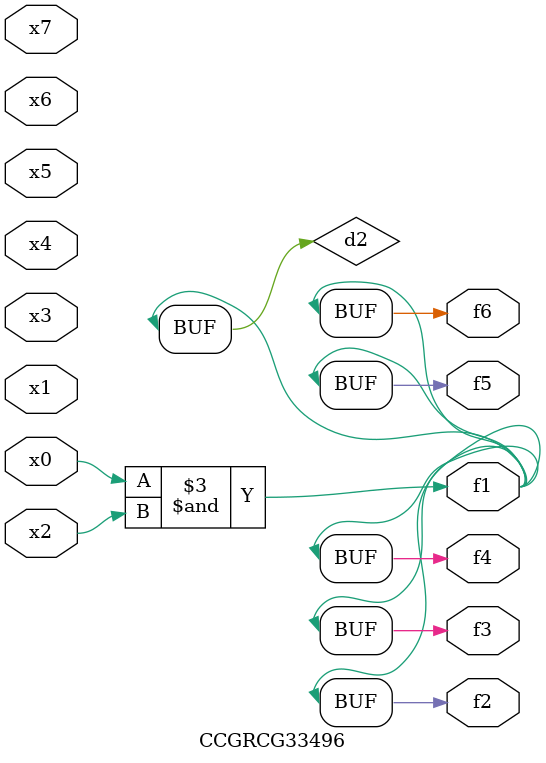
<source format=v>
module CCGRCG33496(
	input x0, x1, x2, x3, x4, x5, x6, x7,
	output f1, f2, f3, f4, f5, f6
);

	wire d1, d2;

	nor (d1, x3, x6);
	and (d2, x0, x2);
	assign f1 = d2;
	assign f2 = d2;
	assign f3 = d2;
	assign f4 = d2;
	assign f5 = d2;
	assign f6 = d2;
endmodule

</source>
